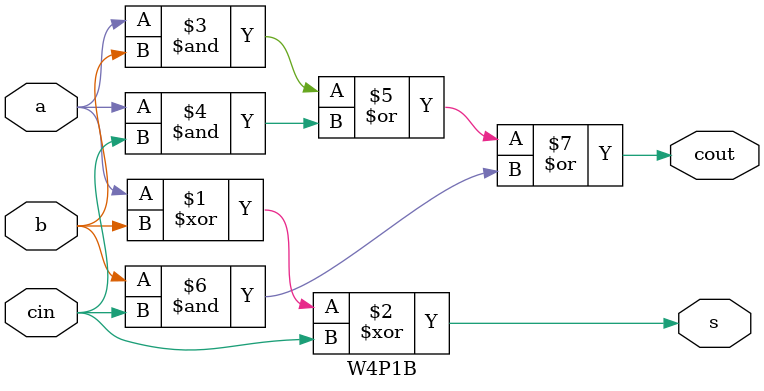
<source format=v>
module W4P1B(a,b,cin,s,cout);
	input a,b,cin;
	output s,cout;
	
	assign s = a ^ b ^ cin;
	assign cout = (a & b) | (a & cin) | (b & cin);
	
endmodule

</source>
